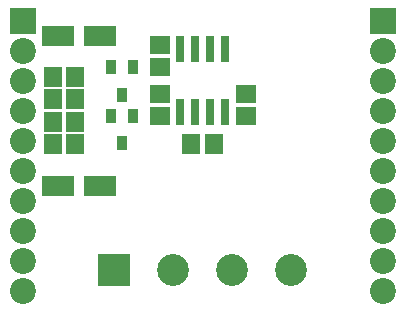
<source format=gbr>
G04 DipTrace 3.1.0.1*
G04 Âåðõíÿÿìàñêà.gbr*
%MOIN*%
G04 #@! TF.FileFunction,Soldermask,Top*
G04 #@! TF.Part,Single*
%ADD34R,0.031496X0.086614*%
%ADD36R,0.066929X0.059055*%
%ADD38R,0.033465X0.049213*%
%ADD40C,0.086614*%
%ADD42R,0.086614X0.086614*%
%ADD44C,0.106299*%
%ADD46R,0.106299X0.106299*%
%ADD50R,0.059055X0.066929*%
%ADD52R,0.108268X0.070866*%
%FSLAX26Y26*%
G04*
G70*
G90*
G75*
G01*
G04 TopMask*
%LPD*%
D52*
X-1931593Y1700178D3*
X-1793798D3*
X-1931593Y1200121D3*
X-1793798D3*
D50*
X-1875299Y1487656D3*
X-1950102D3*
X-1875299Y1412648D3*
X-1950102D3*
D46*
X-1745428Y918846D3*
D44*
X-1548577D3*
X-1351727D3*
X-1154877D3*
D42*
X-2050215Y1750136D3*
D40*
Y1650136D3*
Y1550136D3*
Y1450136D3*
Y1350136D3*
Y1250136D3*
Y1150136D3*
Y1050136D3*
Y950136D3*
Y850136D3*
D42*
X-850089Y1750136D3*
D40*
Y1650136D3*
Y1550136D3*
Y1450136D3*
Y1350136D3*
Y1250136D3*
Y1150136D3*
Y1050136D3*
Y950136D3*
Y850136D3*
D38*
X-1681427Y1593917D3*
X-1756230D3*
X-1718828Y1503366D3*
X-1681427Y1431400D3*
X-1756230D3*
X-1718828Y1340849D3*
D36*
X-1306387Y1431503D3*
Y1506306D3*
D50*
X-1487656Y1337640D3*
X-1412853D3*
D36*
X-1593917Y1431503D3*
Y1506306D3*
Y1668823D3*
Y1594020D3*
D50*
X-1950102Y1337640D3*
X-1875299D3*
Y1562664D3*
X-1950102D3*
D34*
X-1375152Y1656462D3*
X-1425152D3*
X-1475152D3*
X-1525152D3*
Y1443864D3*
X-1475152D3*
X-1425152D3*
X-1375152D3*
M02*

</source>
